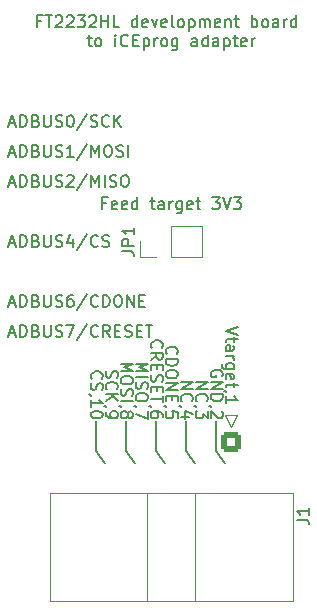
<source format=gto>
G04 #@! TF.GenerationSoftware,KiCad,Pcbnew,(6.0.9)*
G04 #@! TF.CreationDate,2022-12-09T18:34:30+01:00*
G04 #@! TF.ProjectId,FT2232HL development board to iceprog,46543232-3332-4484-9c20-646576656c6f,1*
G04 #@! TF.SameCoordinates,Original*
G04 #@! TF.FileFunction,Legend,Top*
G04 #@! TF.FilePolarity,Positive*
%FSLAX46Y46*%
G04 Gerber Fmt 4.6, Leading zero omitted, Abs format (unit mm)*
G04 Created by KiCad (PCBNEW (6.0.9)) date 2022-12-09 18:34:30*
%MOMM*%
%LPD*%
G01*
G04 APERTURE LIST*
G04 Aperture macros list*
%AMRoundRect*
0 Rectangle with rounded corners*
0 $1 Rounding radius*
0 $2 $3 $4 $5 $6 $7 $8 $9 X,Y pos of 4 corners*
0 Add a 4 corners polygon primitive as box body*
4,1,4,$2,$3,$4,$5,$6,$7,$8,$9,$2,$3,0*
0 Add four circle primitives for the rounded corners*
1,1,$1+$1,$2,$3*
1,1,$1+$1,$4,$5*
1,1,$1+$1,$6,$7*
1,1,$1+$1,$8,$9*
0 Add four rect primitives between the rounded corners*
20,1,$1+$1,$2,$3,$4,$5,0*
20,1,$1+$1,$4,$5,$6,$7,0*
20,1,$1+$1,$6,$7,$8,$9,0*
20,1,$1+$1,$8,$9,$2,$3,0*%
G04 Aperture macros list end*
%ADD10C,0.150000*%
%ADD11C,0.120000*%
%ADD12RoundRect,0.250000X-0.600000X0.600000X-0.600000X-0.600000X0.600000X-0.600000X0.600000X0.600000X0*%
%ADD13C,1.700000*%
%ADD14R,1.700000X1.700000*%
%ADD15O,1.700000X1.700000*%
G04 APERTURE END LIST*
D10*
X-6350000Y-118110000D02*
X-6350000Y-120650000D01*
X3810000Y-118110000D02*
X3810000Y-120650000D01*
X-1270000Y-118110000D02*
X-1270000Y-120650000D01*
X1270000Y-120650000D02*
X2540000Y-122428000D01*
X-3810000Y-118110000D02*
X-3810000Y-120650000D01*
X1270000Y-118110000D02*
X1270000Y-120650000D01*
X3810000Y-120650000D02*
X5080000Y-122428000D01*
X-3810000Y-120650000D02*
X-2540000Y-122428000D01*
X-1270000Y-120650000D02*
X0Y-122428000D01*
X-6350000Y-120650000D02*
X-5080000Y-122428000D01*
X2087619Y-114774404D02*
X3087619Y-114774404D01*
X2087619Y-115345833D01*
X3087619Y-115345833D01*
X2182857Y-116393452D02*
X2135238Y-116345833D01*
X2087619Y-116202976D01*
X2087619Y-116107738D01*
X2135238Y-115964880D01*
X2230476Y-115869642D01*
X2325714Y-115822023D01*
X2516190Y-115774404D01*
X2659047Y-115774404D01*
X2849523Y-115822023D01*
X2944761Y-115869642D01*
X3040000Y-115964880D01*
X3087619Y-116107738D01*
X3087619Y-116202976D01*
X3040000Y-116345833D01*
X2992380Y-116393452D01*
X2135238Y-116869642D02*
X2087619Y-116869642D01*
X1992380Y-116822023D01*
X1944761Y-116774404D01*
X3087619Y-117202976D02*
X3087619Y-117822023D01*
X2706666Y-117488690D01*
X2706666Y-117631547D01*
X2659047Y-117726785D01*
X2611428Y-117774404D01*
X2516190Y-117822023D01*
X2278095Y-117822023D01*
X2182857Y-117774404D01*
X2135238Y-117726785D01*
X2087619Y-117631547D01*
X2087619Y-117345833D01*
X2135238Y-117250595D01*
X2182857Y-117202976D01*
X817619Y-114774404D02*
X1817619Y-114774404D01*
X817619Y-115345833D01*
X1817619Y-115345833D01*
X912857Y-116393452D02*
X865238Y-116345833D01*
X817619Y-116202976D01*
X817619Y-116107738D01*
X865238Y-115964880D01*
X960476Y-115869642D01*
X1055714Y-115822023D01*
X1246190Y-115774404D01*
X1389047Y-115774404D01*
X1579523Y-115822023D01*
X1674761Y-115869642D01*
X1770000Y-115964880D01*
X1817619Y-116107738D01*
X1817619Y-116202976D01*
X1770000Y-116345833D01*
X1722380Y-116393452D01*
X865238Y-116869642D02*
X817619Y-116869642D01*
X722380Y-116822023D01*
X674761Y-116774404D01*
X1484285Y-117726785D02*
X817619Y-117726785D01*
X1865238Y-117488690D02*
X1150952Y-117250595D01*
X1150952Y-117869642D01*
X-2992380Y-113202976D02*
X-1992380Y-113202976D01*
X-2706666Y-113536309D01*
X-1992380Y-113869642D01*
X-2992380Y-113869642D01*
X-2992380Y-114345833D02*
X-1992380Y-114345833D01*
X-2944761Y-114774404D02*
X-2992380Y-114917261D01*
X-2992380Y-115155357D01*
X-2944761Y-115250595D01*
X-2897142Y-115298214D01*
X-2801904Y-115345833D01*
X-2706666Y-115345833D01*
X-2611428Y-115298214D01*
X-2563809Y-115250595D01*
X-2516190Y-115155357D01*
X-2468571Y-114964880D01*
X-2420952Y-114869642D01*
X-2373333Y-114822023D01*
X-2278095Y-114774404D01*
X-2182857Y-114774404D01*
X-2087619Y-114822023D01*
X-2039999Y-114869642D01*
X-1992380Y-114964880D01*
X-1992380Y-115202976D01*
X-2039999Y-115345833D01*
X-1992380Y-115964880D02*
X-1992380Y-116155357D01*
X-2039999Y-116250595D01*
X-2135238Y-116345833D01*
X-2325714Y-116393452D01*
X-2659047Y-116393452D01*
X-2849523Y-116345833D01*
X-2944761Y-116250595D01*
X-2992380Y-116155357D01*
X-2992380Y-115964880D01*
X-2944761Y-115869642D01*
X-2849523Y-115774404D01*
X-2659047Y-115726785D01*
X-2325714Y-115726785D01*
X-2135238Y-115774404D01*
X-2039999Y-115869642D01*
X-1992380Y-115964880D01*
X-2944761Y-116869642D02*
X-2992380Y-116869642D01*
X-3087619Y-116822023D01*
X-3135238Y-116774404D01*
X-1992380Y-117202976D02*
X-1992380Y-117869642D01*
X-2992380Y-117441071D01*
X-4262380Y-113202976D02*
X-3262380Y-113202976D01*
X-3976666Y-113536309D01*
X-3262380Y-113869642D01*
X-4262380Y-113869642D01*
X-3262380Y-114536309D02*
X-3262380Y-114726785D01*
X-3309999Y-114822023D01*
X-3405238Y-114917261D01*
X-3595714Y-114964880D01*
X-3929047Y-114964880D01*
X-4119523Y-114917261D01*
X-4214761Y-114822023D01*
X-4262380Y-114726785D01*
X-4262380Y-114536309D01*
X-4214761Y-114441071D01*
X-4119523Y-114345833D01*
X-3929047Y-114298214D01*
X-3595714Y-114298214D01*
X-3405238Y-114345833D01*
X-3309999Y-114441071D01*
X-3262380Y-114536309D01*
X-4214761Y-115345833D02*
X-4262380Y-115488690D01*
X-4262380Y-115726785D01*
X-4214761Y-115822023D01*
X-4167142Y-115869642D01*
X-4071904Y-115917261D01*
X-3976666Y-115917261D01*
X-3881428Y-115869642D01*
X-3833809Y-115822023D01*
X-3786190Y-115726785D01*
X-3738571Y-115536309D01*
X-3690952Y-115441071D01*
X-3643333Y-115393452D01*
X-3548095Y-115345833D01*
X-3452857Y-115345833D01*
X-3357619Y-115393452D01*
X-3309999Y-115441071D01*
X-3262380Y-115536309D01*
X-3262380Y-115774404D01*
X-3309999Y-115917261D01*
X-4262380Y-116345833D02*
X-3262380Y-116345833D01*
X-4214761Y-116869642D02*
X-4262380Y-116869642D01*
X-4357619Y-116822023D01*
X-4405238Y-116774404D01*
X-3690952Y-117441071D02*
X-3643333Y-117345833D01*
X-3595714Y-117298214D01*
X-3500476Y-117250595D01*
X-3452857Y-117250595D01*
X-3357619Y-117298214D01*
X-3310000Y-117345833D01*
X-3262380Y-117441071D01*
X-3262380Y-117631547D01*
X-3310000Y-117726785D01*
X-3357619Y-117774404D01*
X-3452857Y-117822023D01*
X-3500476Y-117822023D01*
X-3595714Y-117774404D01*
X-3643333Y-117726785D01*
X-3690952Y-117631547D01*
X-3690952Y-117441071D01*
X-3738571Y-117345833D01*
X-3786190Y-117298214D01*
X-3881428Y-117250595D01*
X-4071904Y-117250595D01*
X-4167142Y-117298214D01*
X-4214761Y-117345833D01*
X-4262380Y-117441071D01*
X-4262380Y-117631547D01*
X-4214761Y-117726785D01*
X-4167142Y-117774404D01*
X-4071904Y-117822023D01*
X-3881428Y-117822023D01*
X-3786190Y-117774404D01*
X-3738571Y-117726785D01*
X-3690952Y-117631547D01*
X4310000Y-114298214D02*
X4357619Y-114202976D01*
X4357619Y-114060119D01*
X4310000Y-113917261D01*
X4214761Y-113822023D01*
X4119523Y-113774404D01*
X3929047Y-113726785D01*
X3786190Y-113726785D01*
X3595714Y-113774404D01*
X3500476Y-113822023D01*
X3405238Y-113917261D01*
X3357619Y-114060119D01*
X3357619Y-114155357D01*
X3405238Y-114298214D01*
X3452857Y-114345833D01*
X3786190Y-114345833D01*
X3786190Y-114155357D01*
X3357619Y-114774404D02*
X4357619Y-114774404D01*
X3357619Y-115345833D01*
X4357619Y-115345833D01*
X3357619Y-115822023D02*
X4357619Y-115822023D01*
X4357619Y-116060119D01*
X4310000Y-116202976D01*
X4214761Y-116298214D01*
X4119523Y-116345833D01*
X3929047Y-116393452D01*
X3786190Y-116393452D01*
X3595714Y-116345833D01*
X3500476Y-116298214D01*
X3405238Y-116202976D01*
X3357619Y-116060119D01*
X3357619Y-115822023D01*
X3405238Y-116869642D02*
X3357619Y-116869642D01*
X3262380Y-116822023D01*
X3214761Y-116774404D01*
X4262380Y-117250595D02*
X4310000Y-117298214D01*
X4357619Y-117393452D01*
X4357619Y-117631547D01*
X4310000Y-117726785D01*
X4262380Y-117774404D01*
X4167142Y-117822023D01*
X4071904Y-117822023D01*
X3929047Y-117774404D01*
X3357619Y-117202976D01*
X3357619Y-117822023D01*
X-5484761Y-113822023D02*
X-5532380Y-113964880D01*
X-5532380Y-114202976D01*
X-5484761Y-114298214D01*
X-5437142Y-114345833D01*
X-5341904Y-114393452D01*
X-5246666Y-114393452D01*
X-5151428Y-114345833D01*
X-5103809Y-114298214D01*
X-5056190Y-114202976D01*
X-5008571Y-114012500D01*
X-4960952Y-113917261D01*
X-4913333Y-113869642D01*
X-4818095Y-113822023D01*
X-4722857Y-113822023D01*
X-4627619Y-113869642D01*
X-4579999Y-113917261D01*
X-4532380Y-114012500D01*
X-4532380Y-114250595D01*
X-4579999Y-114393452D01*
X-5437142Y-115393452D02*
X-5484761Y-115345833D01*
X-5532380Y-115202976D01*
X-5532380Y-115107738D01*
X-5484761Y-114964880D01*
X-5389523Y-114869642D01*
X-5294285Y-114822023D01*
X-5103809Y-114774404D01*
X-4960952Y-114774404D01*
X-4770476Y-114822023D01*
X-4675238Y-114869642D01*
X-4579999Y-114964880D01*
X-4532380Y-115107738D01*
X-4532380Y-115202976D01*
X-4579999Y-115345833D01*
X-4627619Y-115393452D01*
X-5532380Y-115822023D02*
X-4532380Y-115822023D01*
X-5532380Y-116393452D02*
X-4960952Y-115964880D01*
X-4532380Y-116393452D02*
X-5103809Y-115822023D01*
X-5484761Y-116869642D02*
X-5532380Y-116869642D01*
X-5627619Y-116822023D01*
X-5675238Y-116774404D01*
X-5532380Y-117345833D02*
X-5532380Y-117536309D01*
X-5484761Y-117631547D01*
X-5437142Y-117679166D01*
X-5294285Y-117774404D01*
X-5103809Y-117822023D01*
X-4722857Y-117822023D01*
X-4627619Y-117774404D01*
X-4580000Y-117726785D01*
X-4532380Y-117631547D01*
X-4532380Y-117441071D01*
X-4580000Y-117345833D01*
X-4627619Y-117298214D01*
X-4722857Y-117250595D01*
X-4960952Y-117250595D01*
X-5056190Y-117298214D01*
X-5103809Y-117345833D01*
X-5151428Y-117441071D01*
X-5151428Y-117631547D01*
X-5103809Y-117726785D01*
X-5056190Y-117774404D01*
X-4960952Y-117822023D01*
X-11023809Y-84213571D02*
X-11357142Y-84213571D01*
X-11357142Y-84737380D02*
X-11357142Y-83737380D01*
X-10880952Y-83737380D01*
X-10642857Y-83737380D02*
X-10071428Y-83737380D01*
X-10357142Y-84737380D02*
X-10357142Y-83737380D01*
X-9785714Y-83832619D02*
X-9738095Y-83785000D01*
X-9642857Y-83737380D01*
X-9404761Y-83737380D01*
X-9309523Y-83785000D01*
X-9261904Y-83832619D01*
X-9214285Y-83927857D01*
X-9214285Y-84023095D01*
X-9261904Y-84165952D01*
X-9833333Y-84737380D01*
X-9214285Y-84737380D01*
X-8833333Y-83832619D02*
X-8785714Y-83785000D01*
X-8690476Y-83737380D01*
X-8452380Y-83737380D01*
X-8357142Y-83785000D01*
X-8309523Y-83832619D01*
X-8261904Y-83927857D01*
X-8261904Y-84023095D01*
X-8309523Y-84165952D01*
X-8880952Y-84737380D01*
X-8261904Y-84737380D01*
X-7928571Y-83737380D02*
X-7309523Y-83737380D01*
X-7642857Y-84118333D01*
X-7500000Y-84118333D01*
X-7404761Y-84165952D01*
X-7357142Y-84213571D01*
X-7309523Y-84308809D01*
X-7309523Y-84546904D01*
X-7357142Y-84642142D01*
X-7404761Y-84689761D01*
X-7500000Y-84737380D01*
X-7785714Y-84737380D01*
X-7880952Y-84689761D01*
X-7928571Y-84642142D01*
X-6928571Y-83832619D02*
X-6880952Y-83785000D01*
X-6785714Y-83737380D01*
X-6547619Y-83737380D01*
X-6452380Y-83785000D01*
X-6404761Y-83832619D01*
X-6357142Y-83927857D01*
X-6357142Y-84023095D01*
X-6404761Y-84165952D01*
X-6976190Y-84737380D01*
X-6357142Y-84737380D01*
X-5928571Y-84737380D02*
X-5928571Y-83737380D01*
X-5928571Y-84213571D02*
X-5357142Y-84213571D01*
X-5357142Y-84737380D02*
X-5357142Y-83737380D01*
X-4404761Y-84737380D02*
X-4880952Y-84737380D01*
X-4880952Y-83737380D01*
X-2880952Y-84737380D02*
X-2880952Y-83737380D01*
X-2880952Y-84689761D02*
X-2976190Y-84737380D01*
X-3166666Y-84737380D01*
X-3261904Y-84689761D01*
X-3309523Y-84642142D01*
X-3357142Y-84546904D01*
X-3357142Y-84261190D01*
X-3309523Y-84165952D01*
X-3261904Y-84118333D01*
X-3166666Y-84070714D01*
X-2976190Y-84070714D01*
X-2880952Y-84118333D01*
X-2023809Y-84689761D02*
X-2119047Y-84737380D01*
X-2309523Y-84737380D01*
X-2404761Y-84689761D01*
X-2452380Y-84594523D01*
X-2452380Y-84213571D01*
X-2404761Y-84118333D01*
X-2309523Y-84070714D01*
X-2119047Y-84070714D01*
X-2023809Y-84118333D01*
X-1976190Y-84213571D01*
X-1976190Y-84308809D01*
X-2452380Y-84404047D01*
X-1642857Y-84070714D02*
X-1404761Y-84737380D01*
X-1166666Y-84070714D01*
X-404761Y-84689761D02*
X-500000Y-84737380D01*
X-690476Y-84737380D01*
X-785714Y-84689761D01*
X-833333Y-84594523D01*
X-833333Y-84213571D01*
X-785714Y-84118333D01*
X-690476Y-84070714D01*
X-500000Y-84070714D01*
X-404761Y-84118333D01*
X-357142Y-84213571D01*
X-357142Y-84308809D01*
X-833333Y-84404047D01*
X214285Y-84737380D02*
X119047Y-84689761D01*
X71428Y-84594523D01*
X71428Y-83737380D01*
X738095Y-84737380D02*
X642857Y-84689761D01*
X595238Y-84642142D01*
X547619Y-84546904D01*
X547619Y-84261190D01*
X595238Y-84165952D01*
X642857Y-84118333D01*
X738095Y-84070714D01*
X880952Y-84070714D01*
X976190Y-84118333D01*
X1023809Y-84165952D01*
X1071428Y-84261190D01*
X1071428Y-84546904D01*
X1023809Y-84642142D01*
X976190Y-84689761D01*
X880952Y-84737380D01*
X738095Y-84737380D01*
X1499999Y-84070714D02*
X1499999Y-85070714D01*
X1499999Y-84118333D02*
X1595238Y-84070714D01*
X1785714Y-84070714D01*
X1880952Y-84118333D01*
X1928571Y-84165952D01*
X1976190Y-84261190D01*
X1976190Y-84546904D01*
X1928571Y-84642142D01*
X1880952Y-84689761D01*
X1785714Y-84737380D01*
X1595238Y-84737380D01*
X1499999Y-84689761D01*
X2404761Y-84737380D02*
X2404761Y-84070714D01*
X2404761Y-84165952D02*
X2452380Y-84118333D01*
X2547619Y-84070714D01*
X2690476Y-84070714D01*
X2785714Y-84118333D01*
X2833333Y-84213571D01*
X2833333Y-84737380D01*
X2833333Y-84213571D02*
X2880952Y-84118333D01*
X2976190Y-84070714D01*
X3119047Y-84070714D01*
X3214285Y-84118333D01*
X3261904Y-84213571D01*
X3261904Y-84737380D01*
X4119047Y-84689761D02*
X4023809Y-84737380D01*
X3833333Y-84737380D01*
X3738095Y-84689761D01*
X3690476Y-84594523D01*
X3690476Y-84213571D01*
X3738095Y-84118333D01*
X3833333Y-84070714D01*
X4023809Y-84070714D01*
X4119047Y-84118333D01*
X4166666Y-84213571D01*
X4166666Y-84308809D01*
X3690476Y-84404047D01*
X4595238Y-84070714D02*
X4595238Y-84737380D01*
X4595238Y-84165952D02*
X4642857Y-84118333D01*
X4738095Y-84070714D01*
X4880952Y-84070714D01*
X4976190Y-84118333D01*
X5023809Y-84213571D01*
X5023809Y-84737380D01*
X5357142Y-84070714D02*
X5738095Y-84070714D01*
X5499999Y-83737380D02*
X5499999Y-84594523D01*
X5547619Y-84689761D01*
X5642857Y-84737380D01*
X5738095Y-84737380D01*
X6833333Y-84737380D02*
X6833333Y-83737380D01*
X6833333Y-84118333D02*
X6928571Y-84070714D01*
X7119047Y-84070714D01*
X7214285Y-84118333D01*
X7261904Y-84165952D01*
X7309523Y-84261190D01*
X7309523Y-84546904D01*
X7261904Y-84642142D01*
X7214285Y-84689761D01*
X7119047Y-84737380D01*
X6928571Y-84737380D01*
X6833333Y-84689761D01*
X7880952Y-84737380D02*
X7785714Y-84689761D01*
X7738095Y-84642142D01*
X7690476Y-84546904D01*
X7690476Y-84261190D01*
X7738095Y-84165952D01*
X7785714Y-84118333D01*
X7880952Y-84070714D01*
X8023809Y-84070714D01*
X8119047Y-84118333D01*
X8166666Y-84165952D01*
X8214285Y-84261190D01*
X8214285Y-84546904D01*
X8166666Y-84642142D01*
X8119047Y-84689761D01*
X8023809Y-84737380D01*
X7880952Y-84737380D01*
X9071428Y-84737380D02*
X9071428Y-84213571D01*
X9023809Y-84118333D01*
X8928571Y-84070714D01*
X8738095Y-84070714D01*
X8642857Y-84118333D01*
X9071428Y-84689761D02*
X8976190Y-84737380D01*
X8738095Y-84737380D01*
X8642857Y-84689761D01*
X8595238Y-84594523D01*
X8595238Y-84499285D01*
X8642857Y-84404047D01*
X8738095Y-84356428D01*
X8976190Y-84356428D01*
X9071428Y-84308809D01*
X9547619Y-84737380D02*
X9547619Y-84070714D01*
X9547619Y-84261190D02*
X9595238Y-84165952D01*
X9642857Y-84118333D01*
X9738095Y-84070714D01*
X9833333Y-84070714D01*
X10595238Y-84737380D02*
X10595238Y-83737380D01*
X10595238Y-84689761D02*
X10499999Y-84737380D01*
X10309523Y-84737380D01*
X10214285Y-84689761D01*
X10166666Y-84642142D01*
X10119047Y-84546904D01*
X10119047Y-84261190D01*
X10166666Y-84165952D01*
X10214285Y-84118333D01*
X10309523Y-84070714D01*
X10499999Y-84070714D01*
X10595238Y-84118333D01*
X-7095238Y-85680714D02*
X-6714285Y-85680714D01*
X-6952380Y-85347380D02*
X-6952380Y-86204523D01*
X-6904761Y-86299761D01*
X-6809523Y-86347380D01*
X-6714285Y-86347380D01*
X-6238095Y-86347380D02*
X-6333333Y-86299761D01*
X-6380952Y-86252142D01*
X-6428571Y-86156904D01*
X-6428571Y-85871190D01*
X-6380952Y-85775952D01*
X-6333333Y-85728333D01*
X-6238095Y-85680714D01*
X-6095238Y-85680714D01*
X-6000000Y-85728333D01*
X-5952380Y-85775952D01*
X-5904761Y-85871190D01*
X-5904761Y-86156904D01*
X-5952380Y-86252142D01*
X-6000000Y-86299761D01*
X-6095238Y-86347380D01*
X-6238095Y-86347380D01*
X-4714285Y-86347380D02*
X-4714285Y-85680714D01*
X-4714285Y-85347380D02*
X-4761904Y-85395000D01*
X-4714285Y-85442619D01*
X-4666666Y-85395000D01*
X-4714285Y-85347380D01*
X-4714285Y-85442619D01*
X-3666666Y-86252142D02*
X-3714285Y-86299761D01*
X-3857142Y-86347380D01*
X-3952380Y-86347380D01*
X-4095238Y-86299761D01*
X-4190476Y-86204523D01*
X-4238095Y-86109285D01*
X-4285714Y-85918809D01*
X-4285714Y-85775952D01*
X-4238095Y-85585476D01*
X-4190476Y-85490238D01*
X-4095238Y-85395000D01*
X-3952380Y-85347380D01*
X-3857142Y-85347380D01*
X-3714285Y-85395000D01*
X-3666666Y-85442619D01*
X-3238095Y-85823571D02*
X-2904761Y-85823571D01*
X-2761904Y-86347380D02*
X-3238095Y-86347380D01*
X-3238095Y-85347380D01*
X-2761904Y-85347380D01*
X-2333333Y-85680714D02*
X-2333333Y-86680714D01*
X-2333333Y-85728333D02*
X-2238095Y-85680714D01*
X-2047619Y-85680714D01*
X-1952380Y-85728333D01*
X-1904761Y-85775952D01*
X-1857142Y-85871190D01*
X-1857142Y-86156904D01*
X-1904761Y-86252142D01*
X-1952380Y-86299761D01*
X-2047619Y-86347380D01*
X-2238095Y-86347380D01*
X-2333333Y-86299761D01*
X-1428571Y-86347380D02*
X-1428571Y-85680714D01*
X-1428571Y-85871190D02*
X-1380952Y-85775952D01*
X-1333333Y-85728333D01*
X-1238095Y-85680714D01*
X-1142857Y-85680714D01*
X-666666Y-86347380D02*
X-761904Y-86299761D01*
X-809523Y-86252142D01*
X-857142Y-86156904D01*
X-857142Y-85871190D01*
X-809523Y-85775952D01*
X-761904Y-85728333D01*
X-666666Y-85680714D01*
X-523809Y-85680714D01*
X-428571Y-85728333D01*
X-380952Y-85775952D01*
X-333333Y-85871190D01*
X-333333Y-86156904D01*
X-380952Y-86252142D01*
X-428571Y-86299761D01*
X-523809Y-86347380D01*
X-666666Y-86347380D01*
X523809Y-85680714D02*
X523809Y-86490238D01*
X476190Y-86585476D01*
X428571Y-86633095D01*
X333333Y-86680714D01*
X190476Y-86680714D01*
X95238Y-86633095D01*
X523809Y-86299761D02*
X428571Y-86347380D01*
X238095Y-86347380D01*
X142857Y-86299761D01*
X95238Y-86252142D01*
X47619Y-86156904D01*
X47619Y-85871190D01*
X95238Y-85775952D01*
X142857Y-85728333D01*
X238095Y-85680714D01*
X428571Y-85680714D01*
X523809Y-85728333D01*
X2190476Y-86347380D02*
X2190476Y-85823571D01*
X2142857Y-85728333D01*
X2047619Y-85680714D01*
X1857142Y-85680714D01*
X1761904Y-85728333D01*
X2190476Y-86299761D02*
X2095238Y-86347380D01*
X1857142Y-86347380D01*
X1761904Y-86299761D01*
X1714285Y-86204523D01*
X1714285Y-86109285D01*
X1761904Y-86014047D01*
X1857142Y-85966428D01*
X2095238Y-85966428D01*
X2190476Y-85918809D01*
X3095238Y-86347380D02*
X3095238Y-85347380D01*
X3095238Y-86299761D02*
X2999999Y-86347380D01*
X2809523Y-86347380D01*
X2714285Y-86299761D01*
X2666666Y-86252142D01*
X2619047Y-86156904D01*
X2619047Y-85871190D01*
X2666666Y-85775952D01*
X2714285Y-85728333D01*
X2809523Y-85680714D01*
X2999999Y-85680714D01*
X3095238Y-85728333D01*
X3999999Y-86347380D02*
X3999999Y-85823571D01*
X3952380Y-85728333D01*
X3857142Y-85680714D01*
X3666666Y-85680714D01*
X3571428Y-85728333D01*
X3999999Y-86299761D02*
X3904761Y-86347380D01*
X3666666Y-86347380D01*
X3571428Y-86299761D01*
X3523809Y-86204523D01*
X3523809Y-86109285D01*
X3571428Y-86014047D01*
X3666666Y-85966428D01*
X3904761Y-85966428D01*
X3999999Y-85918809D01*
X4476190Y-85680714D02*
X4476190Y-86680714D01*
X4476190Y-85728333D02*
X4571428Y-85680714D01*
X4761904Y-85680714D01*
X4857142Y-85728333D01*
X4904761Y-85775952D01*
X4952380Y-85871190D01*
X4952380Y-86156904D01*
X4904761Y-86252142D01*
X4857142Y-86299761D01*
X4761904Y-86347380D01*
X4571428Y-86347380D01*
X4476190Y-86299761D01*
X5238095Y-85680714D02*
X5619047Y-85680714D01*
X5380952Y-85347380D02*
X5380952Y-86204523D01*
X5428571Y-86299761D01*
X5523809Y-86347380D01*
X5619047Y-86347380D01*
X6333333Y-86299761D02*
X6238095Y-86347380D01*
X6047619Y-86347380D01*
X5952380Y-86299761D01*
X5904761Y-86204523D01*
X5904761Y-85823571D01*
X5952380Y-85728333D01*
X6047619Y-85680714D01*
X6238095Y-85680714D01*
X6333333Y-85728333D01*
X6380952Y-85823571D01*
X6380952Y-85918809D01*
X5904761Y-86014047D01*
X6809523Y-86347380D02*
X6809523Y-85680714D01*
X6809523Y-85871190D02*
X6857142Y-85775952D01*
X6904761Y-85728333D01*
X6999999Y-85680714D01*
X7095238Y-85680714D01*
X5627619Y-110123452D02*
X4627619Y-110456785D01*
X5627619Y-110790119D01*
X5294285Y-110980595D02*
X5294285Y-111361547D01*
X5627619Y-111123452D02*
X4770476Y-111123452D01*
X4675238Y-111171071D01*
X4627619Y-111266309D01*
X4627619Y-111361547D01*
X4627619Y-112123452D02*
X5151428Y-112123452D01*
X5246666Y-112075833D01*
X5294285Y-111980595D01*
X5294285Y-111790119D01*
X5246666Y-111694880D01*
X4675238Y-112123452D02*
X4627619Y-112028214D01*
X4627619Y-111790119D01*
X4675238Y-111694880D01*
X4770476Y-111647261D01*
X4865714Y-111647261D01*
X4960952Y-111694880D01*
X5008571Y-111790119D01*
X5008571Y-112028214D01*
X5056190Y-112123452D01*
X4627619Y-112599642D02*
X5294285Y-112599642D01*
X5103809Y-112599642D02*
X5199047Y-112647261D01*
X5246666Y-112694880D01*
X5294285Y-112790119D01*
X5294285Y-112885357D01*
X5294285Y-113647261D02*
X4484761Y-113647261D01*
X4389523Y-113599642D01*
X4341904Y-113552023D01*
X4294285Y-113456785D01*
X4294285Y-113313928D01*
X4341904Y-113218690D01*
X4675238Y-113647261D02*
X4627619Y-113552023D01*
X4627619Y-113361547D01*
X4675238Y-113266309D01*
X4722857Y-113218690D01*
X4818095Y-113171071D01*
X5103809Y-113171071D01*
X5199047Y-113218690D01*
X5246666Y-113266309D01*
X5294285Y-113361547D01*
X5294285Y-113552023D01*
X5246666Y-113647261D01*
X4675238Y-114504404D02*
X4627619Y-114409166D01*
X4627619Y-114218690D01*
X4675238Y-114123452D01*
X4770476Y-114075833D01*
X5151428Y-114075833D01*
X5246666Y-114123452D01*
X5294285Y-114218690D01*
X5294285Y-114409166D01*
X5246666Y-114504404D01*
X5151428Y-114552023D01*
X5056190Y-114552023D01*
X4960952Y-114075833D01*
X5294285Y-114837738D02*
X5294285Y-115218690D01*
X5627619Y-114980595D02*
X4770476Y-114980595D01*
X4675238Y-115028214D01*
X4627619Y-115123452D01*
X4627619Y-115218690D01*
X4675238Y-115599642D02*
X4627619Y-115599642D01*
X4532380Y-115552023D01*
X4484761Y-115504404D01*
X4627619Y-116552023D02*
X4627619Y-115980595D01*
X4627619Y-116266309D02*
X5627619Y-116266309D01*
X5484761Y-116171071D01*
X5389523Y-116075833D01*
X5341904Y-115980595D01*
X-6707142Y-114488690D02*
X-6754761Y-114441071D01*
X-6802380Y-114298214D01*
X-6802380Y-114202976D01*
X-6754761Y-114060119D01*
X-6659523Y-113964880D01*
X-6564285Y-113917261D01*
X-6373809Y-113869642D01*
X-6230952Y-113869642D01*
X-6040476Y-113917261D01*
X-5945238Y-113964880D01*
X-5849999Y-114060119D01*
X-5802380Y-114202976D01*
X-5802380Y-114298214D01*
X-5849999Y-114441071D01*
X-5897619Y-114488690D01*
X-6754761Y-114869642D02*
X-6802380Y-115012500D01*
X-6802380Y-115250595D01*
X-6754761Y-115345833D01*
X-6707142Y-115393452D01*
X-6611904Y-115441071D01*
X-6516666Y-115441071D01*
X-6421428Y-115393452D01*
X-6373809Y-115345833D01*
X-6326190Y-115250595D01*
X-6278571Y-115060119D01*
X-6230952Y-114964880D01*
X-6183333Y-114917261D01*
X-6088095Y-114869642D01*
X-5992857Y-114869642D01*
X-5897619Y-114917261D01*
X-5849999Y-114964880D01*
X-5802380Y-115060119D01*
X-5802380Y-115298214D01*
X-5850000Y-115441071D01*
X-6754761Y-115917261D02*
X-6802380Y-115917261D01*
X-6897619Y-115869642D01*
X-6945238Y-115822023D01*
X-6802380Y-116869642D02*
X-6802380Y-116298214D01*
X-6802380Y-116583928D02*
X-5802380Y-116583928D01*
X-5945238Y-116488690D01*
X-6040476Y-116393452D01*
X-6088095Y-116298214D01*
X-5802380Y-117488690D02*
X-5802380Y-117583928D01*
X-5850000Y-117679166D01*
X-5897619Y-117726785D01*
X-5992857Y-117774404D01*
X-6183333Y-117822023D01*
X-6421428Y-117822023D01*
X-6611904Y-117774404D01*
X-6707142Y-117726785D01*
X-6754761Y-117679166D01*
X-6802380Y-117583928D01*
X-6802380Y-117488690D01*
X-6754761Y-117393452D01*
X-6707142Y-117345833D01*
X-6611904Y-117298214D01*
X-6421428Y-117250595D01*
X-6183333Y-117250595D01*
X-5992857Y-117298214D01*
X-5897619Y-117345833D01*
X-5850000Y-117393452D01*
X-5802380Y-117488690D01*
X-1627142Y-111869642D02*
X-1674761Y-111822023D01*
X-1722380Y-111679166D01*
X-1722380Y-111583928D01*
X-1674761Y-111441071D01*
X-1579523Y-111345833D01*
X-1484285Y-111298214D01*
X-1293809Y-111250595D01*
X-1150952Y-111250595D01*
X-960476Y-111298214D01*
X-865238Y-111345833D01*
X-769999Y-111441071D01*
X-722380Y-111583928D01*
X-722380Y-111679166D01*
X-769999Y-111822023D01*
X-817619Y-111869642D01*
X-1722380Y-112869642D02*
X-1246190Y-112536309D01*
X-1722380Y-112298214D02*
X-722380Y-112298214D01*
X-722380Y-112679166D01*
X-769999Y-112774404D01*
X-817619Y-112822023D01*
X-912857Y-112869642D01*
X-1055714Y-112869642D01*
X-1150952Y-112822023D01*
X-1198571Y-112774404D01*
X-1246190Y-112679166D01*
X-1246190Y-112298214D01*
X-1198571Y-113298214D02*
X-1198571Y-113631547D01*
X-1722380Y-113774404D02*
X-1722380Y-113298214D01*
X-722380Y-113298214D01*
X-722380Y-113774404D01*
X-1674761Y-114155357D02*
X-1722380Y-114298214D01*
X-1722380Y-114536309D01*
X-1674761Y-114631547D01*
X-1627142Y-114679166D01*
X-1531904Y-114726785D01*
X-1436666Y-114726785D01*
X-1341428Y-114679166D01*
X-1293809Y-114631547D01*
X-1246190Y-114536309D01*
X-1198571Y-114345833D01*
X-1150952Y-114250595D01*
X-1103333Y-114202976D01*
X-1008095Y-114155357D01*
X-912857Y-114155357D01*
X-817619Y-114202976D01*
X-769999Y-114250595D01*
X-722380Y-114345833D01*
X-722380Y-114583928D01*
X-769999Y-114726785D01*
X-1198571Y-115155357D02*
X-1198571Y-115488690D01*
X-1722380Y-115631547D02*
X-1722380Y-115155357D01*
X-722380Y-115155357D01*
X-722380Y-115631547D01*
X-722380Y-115917261D02*
X-722380Y-116488690D01*
X-1722380Y-116202976D02*
X-722380Y-116202976D01*
X-1674761Y-116869642D02*
X-1722380Y-116869642D01*
X-1817619Y-116822023D01*
X-1865238Y-116774404D01*
X-722380Y-117726785D02*
X-722380Y-117536309D01*
X-769999Y-117441071D01*
X-817619Y-117393452D01*
X-960476Y-117298214D01*
X-1150952Y-117250595D01*
X-1531904Y-117250595D01*
X-1627142Y-117298214D01*
X-1674761Y-117345833D01*
X-1722380Y-117441071D01*
X-1722380Y-117631547D01*
X-1674761Y-117726785D01*
X-1627142Y-117774404D01*
X-1531904Y-117822023D01*
X-1293809Y-117822023D01*
X-1198571Y-117774404D01*
X-1150952Y-117726785D01*
X-1103333Y-117631547D01*
X-1103333Y-117441071D01*
X-1150952Y-117345833D01*
X-1198571Y-117298214D01*
X-1293809Y-117250595D01*
X-13682023Y-103036666D02*
X-13205833Y-103036666D01*
X-13777261Y-103322380D02*
X-13443928Y-102322380D01*
X-13110595Y-103322380D01*
X-12777261Y-103322380D02*
X-12777261Y-102322380D01*
X-12539166Y-102322380D01*
X-12396309Y-102370000D01*
X-12301071Y-102465238D01*
X-12253452Y-102560476D01*
X-12205833Y-102750952D01*
X-12205833Y-102893809D01*
X-12253452Y-103084285D01*
X-12301071Y-103179523D01*
X-12396309Y-103274761D01*
X-12539166Y-103322380D01*
X-12777261Y-103322380D01*
X-11443928Y-102798571D02*
X-11301071Y-102846190D01*
X-11253452Y-102893809D01*
X-11205833Y-102989047D01*
X-11205833Y-103131904D01*
X-11253452Y-103227142D01*
X-11301071Y-103274761D01*
X-11396309Y-103322380D01*
X-11777261Y-103322380D01*
X-11777261Y-102322380D01*
X-11443928Y-102322380D01*
X-11348690Y-102370000D01*
X-11301071Y-102417619D01*
X-11253452Y-102512857D01*
X-11253452Y-102608095D01*
X-11301071Y-102703333D01*
X-11348690Y-102750952D01*
X-11443928Y-102798571D01*
X-11777261Y-102798571D01*
X-10777261Y-102322380D02*
X-10777261Y-103131904D01*
X-10729642Y-103227142D01*
X-10682023Y-103274761D01*
X-10586785Y-103322380D01*
X-10396309Y-103322380D01*
X-10301071Y-103274761D01*
X-10253452Y-103227142D01*
X-10205833Y-103131904D01*
X-10205833Y-102322380D01*
X-9777261Y-103274761D02*
X-9634404Y-103322380D01*
X-9396309Y-103322380D01*
X-9301071Y-103274761D01*
X-9253452Y-103227142D01*
X-9205833Y-103131904D01*
X-9205833Y-103036666D01*
X-9253452Y-102941428D01*
X-9301071Y-102893809D01*
X-9396309Y-102846190D01*
X-9586785Y-102798571D01*
X-9682023Y-102750952D01*
X-9729642Y-102703333D01*
X-9777261Y-102608095D01*
X-9777261Y-102512857D01*
X-9729642Y-102417619D01*
X-9682023Y-102370000D01*
X-9586785Y-102322380D01*
X-9348690Y-102322380D01*
X-9205833Y-102370000D01*
X-8348690Y-102655714D02*
X-8348690Y-103322380D01*
X-8586785Y-102274761D02*
X-8824880Y-102989047D01*
X-8205833Y-102989047D01*
X-7110595Y-102274761D02*
X-7967738Y-103560476D01*
X-6205833Y-103227142D02*
X-6253452Y-103274761D01*
X-6396309Y-103322380D01*
X-6491547Y-103322380D01*
X-6634404Y-103274761D01*
X-6729642Y-103179523D01*
X-6777261Y-103084285D01*
X-6824880Y-102893809D01*
X-6824880Y-102750952D01*
X-6777261Y-102560476D01*
X-6729642Y-102465238D01*
X-6634404Y-102370000D01*
X-6491547Y-102322380D01*
X-6396309Y-102322380D01*
X-6253452Y-102370000D01*
X-6205833Y-102417619D01*
X-5824880Y-103274761D02*
X-5682023Y-103322380D01*
X-5443928Y-103322380D01*
X-5348690Y-103274761D01*
X-5301071Y-103227142D01*
X-5253452Y-103131904D01*
X-5253452Y-103036666D01*
X-5301071Y-102941428D01*
X-5348690Y-102893809D01*
X-5443928Y-102846190D01*
X-5634404Y-102798571D01*
X-5729642Y-102750952D01*
X-5777261Y-102703333D01*
X-5824880Y-102608095D01*
X-5824880Y-102512857D01*
X-5777261Y-102417619D01*
X-5729642Y-102370000D01*
X-5634404Y-102322380D01*
X-5396309Y-102322380D01*
X-5253452Y-102370000D01*
X-13682023Y-97956666D02*
X-13205833Y-97956666D01*
X-13777261Y-98242380D02*
X-13443928Y-97242380D01*
X-13110595Y-98242380D01*
X-12777261Y-98242380D02*
X-12777261Y-97242380D01*
X-12539166Y-97242380D01*
X-12396309Y-97290000D01*
X-12301071Y-97385238D01*
X-12253452Y-97480476D01*
X-12205833Y-97670952D01*
X-12205833Y-97813809D01*
X-12253452Y-98004285D01*
X-12301071Y-98099523D01*
X-12396309Y-98194761D01*
X-12539166Y-98242380D01*
X-12777261Y-98242380D01*
X-11443928Y-97718571D02*
X-11301071Y-97766190D01*
X-11253452Y-97813809D01*
X-11205833Y-97909047D01*
X-11205833Y-98051904D01*
X-11253452Y-98147142D01*
X-11301071Y-98194761D01*
X-11396309Y-98242380D01*
X-11777261Y-98242380D01*
X-11777261Y-97242380D01*
X-11443928Y-97242380D01*
X-11348690Y-97290000D01*
X-11301071Y-97337619D01*
X-11253452Y-97432857D01*
X-11253452Y-97528095D01*
X-11301071Y-97623333D01*
X-11348690Y-97670952D01*
X-11443928Y-97718571D01*
X-11777261Y-97718571D01*
X-10777261Y-97242380D02*
X-10777261Y-98051904D01*
X-10729642Y-98147142D01*
X-10682023Y-98194761D01*
X-10586785Y-98242380D01*
X-10396309Y-98242380D01*
X-10301071Y-98194761D01*
X-10253452Y-98147142D01*
X-10205833Y-98051904D01*
X-10205833Y-97242380D01*
X-9777261Y-98194761D02*
X-9634404Y-98242380D01*
X-9396309Y-98242380D01*
X-9301071Y-98194761D01*
X-9253452Y-98147142D01*
X-9205833Y-98051904D01*
X-9205833Y-97956666D01*
X-9253452Y-97861428D01*
X-9301071Y-97813809D01*
X-9396309Y-97766190D01*
X-9586785Y-97718571D01*
X-9682023Y-97670952D01*
X-9729642Y-97623333D01*
X-9777261Y-97528095D01*
X-9777261Y-97432857D01*
X-9729642Y-97337619D01*
X-9682023Y-97290000D01*
X-9586785Y-97242380D01*
X-9348690Y-97242380D01*
X-9205833Y-97290000D01*
X-8824880Y-97337619D02*
X-8777261Y-97290000D01*
X-8682023Y-97242380D01*
X-8443928Y-97242380D01*
X-8348690Y-97290000D01*
X-8301071Y-97337619D01*
X-8253452Y-97432857D01*
X-8253452Y-97528095D01*
X-8301071Y-97670952D01*
X-8872500Y-98242380D01*
X-8253452Y-98242380D01*
X-7110595Y-97194761D02*
X-7967738Y-98480476D01*
X-6777261Y-98242380D02*
X-6777261Y-97242380D01*
X-6443928Y-97956666D01*
X-6110595Y-97242380D01*
X-6110595Y-98242380D01*
X-5634404Y-98242380D02*
X-5634404Y-97242380D01*
X-5205833Y-98194761D02*
X-5062976Y-98242380D01*
X-4824880Y-98242380D01*
X-4729642Y-98194761D01*
X-4682023Y-98147142D01*
X-4634404Y-98051904D01*
X-4634404Y-97956666D01*
X-4682023Y-97861428D01*
X-4729642Y-97813809D01*
X-4824880Y-97766190D01*
X-5015357Y-97718571D01*
X-5110595Y-97670952D01*
X-5158214Y-97623333D01*
X-5205833Y-97528095D01*
X-5205833Y-97432857D01*
X-5158214Y-97337619D01*
X-5110595Y-97290000D01*
X-5015357Y-97242380D01*
X-4777261Y-97242380D01*
X-4634404Y-97290000D01*
X-4015357Y-97242380D02*
X-3824880Y-97242380D01*
X-3729642Y-97290000D01*
X-3634404Y-97385238D01*
X-3586785Y-97575714D01*
X-3586785Y-97909047D01*
X-3634404Y-98099523D01*
X-3729642Y-98194761D01*
X-3824880Y-98242380D01*
X-4015357Y-98242380D01*
X-4110595Y-98194761D01*
X-4205833Y-98099523D01*
X-4253452Y-97909047D01*
X-4253452Y-97575714D01*
X-4205833Y-97385238D01*
X-4110595Y-97290000D01*
X-4015357Y-97242380D01*
X-13682023Y-95416666D02*
X-13205833Y-95416666D01*
X-13777261Y-95702380D02*
X-13443928Y-94702380D01*
X-13110595Y-95702380D01*
X-12777261Y-95702380D02*
X-12777261Y-94702380D01*
X-12539166Y-94702380D01*
X-12396309Y-94750000D01*
X-12301071Y-94845238D01*
X-12253452Y-94940476D01*
X-12205833Y-95130952D01*
X-12205833Y-95273809D01*
X-12253452Y-95464285D01*
X-12301071Y-95559523D01*
X-12396309Y-95654761D01*
X-12539166Y-95702380D01*
X-12777261Y-95702380D01*
X-11443928Y-95178571D02*
X-11301071Y-95226190D01*
X-11253452Y-95273809D01*
X-11205833Y-95369047D01*
X-11205833Y-95511904D01*
X-11253452Y-95607142D01*
X-11301071Y-95654761D01*
X-11396309Y-95702380D01*
X-11777261Y-95702380D01*
X-11777261Y-94702380D01*
X-11443928Y-94702380D01*
X-11348690Y-94750000D01*
X-11301071Y-94797619D01*
X-11253452Y-94892857D01*
X-11253452Y-94988095D01*
X-11301071Y-95083333D01*
X-11348690Y-95130952D01*
X-11443928Y-95178571D01*
X-11777261Y-95178571D01*
X-10777261Y-94702380D02*
X-10777261Y-95511904D01*
X-10729642Y-95607142D01*
X-10682023Y-95654761D01*
X-10586785Y-95702380D01*
X-10396309Y-95702380D01*
X-10301071Y-95654761D01*
X-10253452Y-95607142D01*
X-10205833Y-95511904D01*
X-10205833Y-94702380D01*
X-9777261Y-95654761D02*
X-9634404Y-95702380D01*
X-9396309Y-95702380D01*
X-9301071Y-95654761D01*
X-9253452Y-95607142D01*
X-9205833Y-95511904D01*
X-9205833Y-95416666D01*
X-9253452Y-95321428D01*
X-9301071Y-95273809D01*
X-9396309Y-95226190D01*
X-9586785Y-95178571D01*
X-9682023Y-95130952D01*
X-9729642Y-95083333D01*
X-9777261Y-94988095D01*
X-9777261Y-94892857D01*
X-9729642Y-94797619D01*
X-9682023Y-94750000D01*
X-9586785Y-94702380D01*
X-9348690Y-94702380D01*
X-9205833Y-94750000D01*
X-8253452Y-95702380D02*
X-8824880Y-95702380D01*
X-8539166Y-95702380D02*
X-8539166Y-94702380D01*
X-8634404Y-94845238D01*
X-8729642Y-94940476D01*
X-8824880Y-94988095D01*
X-7110595Y-94654761D02*
X-7967738Y-95940476D01*
X-6777261Y-95702380D02*
X-6777261Y-94702380D01*
X-6443928Y-95416666D01*
X-6110595Y-94702380D01*
X-6110595Y-95702380D01*
X-5443928Y-94702380D02*
X-5253452Y-94702380D01*
X-5158214Y-94750000D01*
X-5062976Y-94845238D01*
X-5015357Y-95035714D01*
X-5015357Y-95369047D01*
X-5062976Y-95559523D01*
X-5158214Y-95654761D01*
X-5253452Y-95702380D01*
X-5443928Y-95702380D01*
X-5539166Y-95654761D01*
X-5634404Y-95559523D01*
X-5682023Y-95369047D01*
X-5682023Y-95035714D01*
X-5634404Y-94845238D01*
X-5539166Y-94750000D01*
X-5443928Y-94702380D01*
X-4634404Y-95654761D02*
X-4491547Y-95702380D01*
X-4253452Y-95702380D01*
X-4158214Y-95654761D01*
X-4110595Y-95607142D01*
X-4062976Y-95511904D01*
X-4062976Y-95416666D01*
X-4110595Y-95321428D01*
X-4158214Y-95273809D01*
X-4253452Y-95226190D01*
X-4443928Y-95178571D01*
X-4539166Y-95130952D01*
X-4586785Y-95083333D01*
X-4634404Y-94988095D01*
X-4634404Y-94892857D01*
X-4586785Y-94797619D01*
X-4539166Y-94750000D01*
X-4443928Y-94702380D01*
X-4205833Y-94702380D01*
X-4062976Y-94750000D01*
X-3634404Y-95702380D02*
X-3634404Y-94702380D01*
X-13682023Y-108116666D02*
X-13205833Y-108116666D01*
X-13777261Y-108402380D02*
X-13443928Y-107402380D01*
X-13110595Y-108402380D01*
X-12777261Y-108402380D02*
X-12777261Y-107402380D01*
X-12539166Y-107402380D01*
X-12396309Y-107450000D01*
X-12301071Y-107545238D01*
X-12253452Y-107640476D01*
X-12205833Y-107830952D01*
X-12205833Y-107973809D01*
X-12253452Y-108164285D01*
X-12301071Y-108259523D01*
X-12396309Y-108354761D01*
X-12539166Y-108402380D01*
X-12777261Y-108402380D01*
X-11443928Y-107878571D02*
X-11301071Y-107926190D01*
X-11253452Y-107973809D01*
X-11205833Y-108069047D01*
X-11205833Y-108211904D01*
X-11253452Y-108307142D01*
X-11301071Y-108354761D01*
X-11396309Y-108402380D01*
X-11777261Y-108402380D01*
X-11777261Y-107402380D01*
X-11443928Y-107402380D01*
X-11348690Y-107450000D01*
X-11301071Y-107497619D01*
X-11253452Y-107592857D01*
X-11253452Y-107688095D01*
X-11301071Y-107783333D01*
X-11348690Y-107830952D01*
X-11443928Y-107878571D01*
X-11777261Y-107878571D01*
X-10777261Y-107402380D02*
X-10777261Y-108211904D01*
X-10729642Y-108307142D01*
X-10682023Y-108354761D01*
X-10586785Y-108402380D01*
X-10396309Y-108402380D01*
X-10301071Y-108354761D01*
X-10253452Y-108307142D01*
X-10205833Y-108211904D01*
X-10205833Y-107402380D01*
X-9777261Y-108354761D02*
X-9634404Y-108402380D01*
X-9396309Y-108402380D01*
X-9301071Y-108354761D01*
X-9253452Y-108307142D01*
X-9205833Y-108211904D01*
X-9205833Y-108116666D01*
X-9253452Y-108021428D01*
X-9301071Y-107973809D01*
X-9396309Y-107926190D01*
X-9586785Y-107878571D01*
X-9682023Y-107830952D01*
X-9729642Y-107783333D01*
X-9777261Y-107688095D01*
X-9777261Y-107592857D01*
X-9729642Y-107497619D01*
X-9682023Y-107450000D01*
X-9586785Y-107402380D01*
X-9348690Y-107402380D01*
X-9205833Y-107450000D01*
X-8348690Y-107402380D02*
X-8539166Y-107402380D01*
X-8634404Y-107450000D01*
X-8682023Y-107497619D01*
X-8777261Y-107640476D01*
X-8824880Y-107830952D01*
X-8824880Y-108211904D01*
X-8777261Y-108307142D01*
X-8729642Y-108354761D01*
X-8634404Y-108402380D01*
X-8443928Y-108402380D01*
X-8348690Y-108354761D01*
X-8301071Y-108307142D01*
X-8253452Y-108211904D01*
X-8253452Y-107973809D01*
X-8301071Y-107878571D01*
X-8348690Y-107830952D01*
X-8443928Y-107783333D01*
X-8634404Y-107783333D01*
X-8729642Y-107830952D01*
X-8777261Y-107878571D01*
X-8824880Y-107973809D01*
X-7110595Y-107354761D02*
X-7967738Y-108640476D01*
X-6205833Y-108307142D02*
X-6253452Y-108354761D01*
X-6396309Y-108402380D01*
X-6491547Y-108402380D01*
X-6634404Y-108354761D01*
X-6729642Y-108259523D01*
X-6777261Y-108164285D01*
X-6824880Y-107973809D01*
X-6824880Y-107830952D01*
X-6777261Y-107640476D01*
X-6729642Y-107545238D01*
X-6634404Y-107450000D01*
X-6491547Y-107402380D01*
X-6396309Y-107402380D01*
X-6253452Y-107450000D01*
X-6205833Y-107497619D01*
X-5777261Y-108402380D02*
X-5777261Y-107402380D01*
X-5539166Y-107402380D01*
X-5396309Y-107450000D01*
X-5301071Y-107545238D01*
X-5253452Y-107640476D01*
X-5205833Y-107830952D01*
X-5205833Y-107973809D01*
X-5253452Y-108164285D01*
X-5301071Y-108259523D01*
X-5396309Y-108354761D01*
X-5539166Y-108402380D01*
X-5777261Y-108402380D01*
X-4586785Y-107402380D02*
X-4396309Y-107402380D01*
X-4301071Y-107450000D01*
X-4205833Y-107545238D01*
X-4158214Y-107735714D01*
X-4158214Y-108069047D01*
X-4205833Y-108259523D01*
X-4301071Y-108354761D01*
X-4396309Y-108402380D01*
X-4586785Y-108402380D01*
X-4682023Y-108354761D01*
X-4777261Y-108259523D01*
X-4824880Y-108069047D01*
X-4824880Y-107735714D01*
X-4777261Y-107545238D01*
X-4682023Y-107450000D01*
X-4586785Y-107402380D01*
X-3729642Y-108402380D02*
X-3729642Y-107402380D01*
X-3158214Y-108402380D01*
X-3158214Y-107402380D01*
X-2682023Y-107878571D02*
X-2348690Y-107878571D01*
X-2205833Y-108402380D02*
X-2682023Y-108402380D01*
X-2682023Y-107402380D01*
X-2205833Y-107402380D01*
X-13682023Y-92876666D02*
X-13205833Y-92876666D01*
X-13777261Y-93162380D02*
X-13443928Y-92162380D01*
X-13110595Y-93162380D01*
X-12777261Y-93162380D02*
X-12777261Y-92162380D01*
X-12539166Y-92162380D01*
X-12396309Y-92210000D01*
X-12301071Y-92305238D01*
X-12253452Y-92400476D01*
X-12205833Y-92590952D01*
X-12205833Y-92733809D01*
X-12253452Y-92924285D01*
X-12301071Y-93019523D01*
X-12396309Y-93114761D01*
X-12539166Y-93162380D01*
X-12777261Y-93162380D01*
X-11443928Y-92638571D02*
X-11301071Y-92686190D01*
X-11253452Y-92733809D01*
X-11205833Y-92829047D01*
X-11205833Y-92971904D01*
X-11253452Y-93067142D01*
X-11301071Y-93114761D01*
X-11396309Y-93162380D01*
X-11777261Y-93162380D01*
X-11777261Y-92162380D01*
X-11443928Y-92162380D01*
X-11348690Y-92210000D01*
X-11301071Y-92257619D01*
X-11253452Y-92352857D01*
X-11253452Y-92448095D01*
X-11301071Y-92543333D01*
X-11348690Y-92590952D01*
X-11443928Y-92638571D01*
X-11777261Y-92638571D01*
X-10777261Y-92162380D02*
X-10777261Y-92971904D01*
X-10729642Y-93067142D01*
X-10682023Y-93114761D01*
X-10586785Y-93162380D01*
X-10396309Y-93162380D01*
X-10301071Y-93114761D01*
X-10253452Y-93067142D01*
X-10205833Y-92971904D01*
X-10205833Y-92162380D01*
X-9777261Y-93114761D02*
X-9634404Y-93162380D01*
X-9396309Y-93162380D01*
X-9301071Y-93114761D01*
X-9253452Y-93067142D01*
X-9205833Y-92971904D01*
X-9205833Y-92876666D01*
X-9253452Y-92781428D01*
X-9301071Y-92733809D01*
X-9396309Y-92686190D01*
X-9586785Y-92638571D01*
X-9682023Y-92590952D01*
X-9729642Y-92543333D01*
X-9777261Y-92448095D01*
X-9777261Y-92352857D01*
X-9729642Y-92257619D01*
X-9682023Y-92210000D01*
X-9586785Y-92162380D01*
X-9348690Y-92162380D01*
X-9205833Y-92210000D01*
X-8586785Y-92162380D02*
X-8491547Y-92162380D01*
X-8396309Y-92210000D01*
X-8348690Y-92257619D01*
X-8301071Y-92352857D01*
X-8253452Y-92543333D01*
X-8253452Y-92781428D01*
X-8301071Y-92971904D01*
X-8348690Y-93067142D01*
X-8396309Y-93114761D01*
X-8491547Y-93162380D01*
X-8586785Y-93162380D01*
X-8682023Y-93114761D01*
X-8729642Y-93067142D01*
X-8777261Y-92971904D01*
X-8824880Y-92781428D01*
X-8824880Y-92543333D01*
X-8777261Y-92352857D01*
X-8729642Y-92257619D01*
X-8682023Y-92210000D01*
X-8586785Y-92162380D01*
X-7110595Y-92114761D02*
X-7967738Y-93400476D01*
X-6824880Y-93114761D02*
X-6682023Y-93162380D01*
X-6443928Y-93162380D01*
X-6348690Y-93114761D01*
X-6301071Y-93067142D01*
X-6253452Y-92971904D01*
X-6253452Y-92876666D01*
X-6301071Y-92781428D01*
X-6348690Y-92733809D01*
X-6443928Y-92686190D01*
X-6634404Y-92638571D01*
X-6729642Y-92590952D01*
X-6777261Y-92543333D01*
X-6824880Y-92448095D01*
X-6824880Y-92352857D01*
X-6777261Y-92257619D01*
X-6729642Y-92210000D01*
X-6634404Y-92162380D01*
X-6396309Y-92162380D01*
X-6253452Y-92210000D01*
X-5253452Y-93067142D02*
X-5301071Y-93114761D01*
X-5443928Y-93162380D01*
X-5539166Y-93162380D01*
X-5682023Y-93114761D01*
X-5777261Y-93019523D01*
X-5824880Y-92924285D01*
X-5872500Y-92733809D01*
X-5872500Y-92590952D01*
X-5824880Y-92400476D01*
X-5777261Y-92305238D01*
X-5682023Y-92210000D01*
X-5539166Y-92162380D01*
X-5443928Y-92162380D01*
X-5301071Y-92210000D01*
X-5253452Y-92257619D01*
X-4824880Y-93162380D02*
X-4824880Y-92162380D01*
X-4253452Y-93162380D02*
X-4682023Y-92590952D01*
X-4253452Y-92162380D02*
X-4824880Y-92733809D01*
X-5523809Y-99623571D02*
X-5857142Y-99623571D01*
X-5857142Y-100147380D02*
X-5857142Y-99147380D01*
X-5380952Y-99147380D01*
X-4619047Y-100099761D02*
X-4714285Y-100147380D01*
X-4904761Y-100147380D01*
X-5000000Y-100099761D01*
X-5047619Y-100004523D01*
X-5047619Y-99623571D01*
X-5000000Y-99528333D01*
X-4904761Y-99480714D01*
X-4714285Y-99480714D01*
X-4619047Y-99528333D01*
X-4571428Y-99623571D01*
X-4571428Y-99718809D01*
X-5047619Y-99814047D01*
X-3761904Y-100099761D02*
X-3857142Y-100147380D01*
X-4047619Y-100147380D01*
X-4142857Y-100099761D01*
X-4190476Y-100004523D01*
X-4190476Y-99623571D01*
X-4142857Y-99528333D01*
X-4047619Y-99480714D01*
X-3857142Y-99480714D01*
X-3761904Y-99528333D01*
X-3714285Y-99623571D01*
X-3714285Y-99718809D01*
X-4190476Y-99814047D01*
X-2857142Y-100147380D02*
X-2857142Y-99147380D01*
X-2857142Y-100099761D02*
X-2952380Y-100147380D01*
X-3142857Y-100147380D01*
X-3238095Y-100099761D01*
X-3285714Y-100052142D01*
X-3333333Y-99956904D01*
X-3333333Y-99671190D01*
X-3285714Y-99575952D01*
X-3238095Y-99528333D01*
X-3142857Y-99480714D01*
X-2952380Y-99480714D01*
X-2857142Y-99528333D01*
X-1761904Y-99480714D02*
X-1380952Y-99480714D01*
X-1619047Y-99147380D02*
X-1619047Y-100004523D01*
X-1571428Y-100099761D01*
X-1476190Y-100147380D01*
X-1380952Y-100147380D01*
X-619047Y-100147380D02*
X-619047Y-99623571D01*
X-666666Y-99528333D01*
X-761904Y-99480714D01*
X-952380Y-99480714D01*
X-1047619Y-99528333D01*
X-619047Y-100099761D02*
X-714285Y-100147380D01*
X-952380Y-100147380D01*
X-1047619Y-100099761D01*
X-1095238Y-100004523D01*
X-1095238Y-99909285D01*
X-1047619Y-99814047D01*
X-952380Y-99766428D01*
X-714285Y-99766428D01*
X-619047Y-99718809D01*
X-142857Y-100147380D02*
X-142857Y-99480714D01*
X-142857Y-99671190D02*
X-95238Y-99575952D01*
X-47619Y-99528333D01*
X47619Y-99480714D01*
X142857Y-99480714D01*
X904761Y-99480714D02*
X904761Y-100290238D01*
X857142Y-100385476D01*
X809523Y-100433095D01*
X714285Y-100480714D01*
X571428Y-100480714D01*
X476190Y-100433095D01*
X904761Y-100099761D02*
X809523Y-100147380D01*
X619047Y-100147380D01*
X523809Y-100099761D01*
X476190Y-100052142D01*
X428571Y-99956904D01*
X428571Y-99671190D01*
X476190Y-99575952D01*
X523809Y-99528333D01*
X619047Y-99480714D01*
X809523Y-99480714D01*
X904761Y-99528333D01*
X1761904Y-100099761D02*
X1666666Y-100147380D01*
X1476190Y-100147380D01*
X1380952Y-100099761D01*
X1333333Y-100004523D01*
X1333333Y-99623571D01*
X1380952Y-99528333D01*
X1476190Y-99480714D01*
X1666666Y-99480714D01*
X1761904Y-99528333D01*
X1809523Y-99623571D01*
X1809523Y-99718809D01*
X1333333Y-99814047D01*
X2095238Y-99480714D02*
X2476190Y-99480714D01*
X2238095Y-99147380D02*
X2238095Y-100004523D01*
X2285714Y-100099761D01*
X2380952Y-100147380D01*
X2476190Y-100147380D01*
X3476190Y-99147380D02*
X4095238Y-99147380D01*
X3761904Y-99528333D01*
X3904761Y-99528333D01*
X4000000Y-99575952D01*
X4047619Y-99623571D01*
X4095238Y-99718809D01*
X4095238Y-99956904D01*
X4047619Y-100052142D01*
X4000000Y-100099761D01*
X3904761Y-100147380D01*
X3619047Y-100147380D01*
X3523809Y-100099761D01*
X3476190Y-100052142D01*
X4380952Y-99147380D02*
X4714285Y-100147380D01*
X5047619Y-99147380D01*
X5285714Y-99147380D02*
X5904761Y-99147380D01*
X5571428Y-99528333D01*
X5714285Y-99528333D01*
X5809523Y-99575952D01*
X5857142Y-99623571D01*
X5904761Y-99718809D01*
X5904761Y-99956904D01*
X5857142Y-100052142D01*
X5809523Y-100099761D01*
X5714285Y-100147380D01*
X5428571Y-100147380D01*
X5333333Y-100099761D01*
X5285714Y-100052142D01*
X-13682023Y-110656666D02*
X-13205833Y-110656666D01*
X-13777261Y-110942380D02*
X-13443928Y-109942380D01*
X-13110595Y-110942380D01*
X-12777261Y-110942380D02*
X-12777261Y-109942380D01*
X-12539166Y-109942380D01*
X-12396309Y-109990000D01*
X-12301071Y-110085238D01*
X-12253452Y-110180476D01*
X-12205833Y-110370952D01*
X-12205833Y-110513809D01*
X-12253452Y-110704285D01*
X-12301071Y-110799523D01*
X-12396309Y-110894761D01*
X-12539166Y-110942380D01*
X-12777261Y-110942380D01*
X-11443928Y-110418571D02*
X-11301071Y-110466190D01*
X-11253452Y-110513809D01*
X-11205833Y-110609047D01*
X-11205833Y-110751904D01*
X-11253452Y-110847142D01*
X-11301071Y-110894761D01*
X-11396309Y-110942380D01*
X-11777261Y-110942380D01*
X-11777261Y-109942380D01*
X-11443928Y-109942380D01*
X-11348690Y-109990000D01*
X-11301071Y-110037619D01*
X-11253452Y-110132857D01*
X-11253452Y-110228095D01*
X-11301071Y-110323333D01*
X-11348690Y-110370952D01*
X-11443928Y-110418571D01*
X-11777261Y-110418571D01*
X-10777261Y-109942380D02*
X-10777261Y-110751904D01*
X-10729642Y-110847142D01*
X-10682023Y-110894761D01*
X-10586785Y-110942380D01*
X-10396309Y-110942380D01*
X-10301071Y-110894761D01*
X-10253452Y-110847142D01*
X-10205833Y-110751904D01*
X-10205833Y-109942380D01*
X-9777261Y-110894761D02*
X-9634404Y-110942380D01*
X-9396309Y-110942380D01*
X-9301071Y-110894761D01*
X-9253452Y-110847142D01*
X-9205833Y-110751904D01*
X-9205833Y-110656666D01*
X-9253452Y-110561428D01*
X-9301071Y-110513809D01*
X-9396309Y-110466190D01*
X-9586785Y-110418571D01*
X-9682023Y-110370952D01*
X-9729642Y-110323333D01*
X-9777261Y-110228095D01*
X-9777261Y-110132857D01*
X-9729642Y-110037619D01*
X-9682023Y-109990000D01*
X-9586785Y-109942380D01*
X-9348690Y-109942380D01*
X-9205833Y-109990000D01*
X-8872500Y-109942380D02*
X-8205833Y-109942380D01*
X-8634404Y-110942380D01*
X-7110595Y-109894761D02*
X-7967738Y-111180476D01*
X-6205833Y-110847142D02*
X-6253452Y-110894761D01*
X-6396309Y-110942380D01*
X-6491547Y-110942380D01*
X-6634404Y-110894761D01*
X-6729642Y-110799523D01*
X-6777261Y-110704285D01*
X-6824880Y-110513809D01*
X-6824880Y-110370952D01*
X-6777261Y-110180476D01*
X-6729642Y-110085238D01*
X-6634404Y-109990000D01*
X-6491547Y-109942380D01*
X-6396309Y-109942380D01*
X-6253452Y-109990000D01*
X-6205833Y-110037619D01*
X-5205833Y-110942380D02*
X-5539166Y-110466190D01*
X-5777261Y-110942380D02*
X-5777261Y-109942380D01*
X-5396309Y-109942380D01*
X-5301071Y-109990000D01*
X-5253452Y-110037619D01*
X-5205833Y-110132857D01*
X-5205833Y-110275714D01*
X-5253452Y-110370952D01*
X-5301071Y-110418571D01*
X-5396309Y-110466190D01*
X-5777261Y-110466190D01*
X-4777261Y-110418571D02*
X-4443928Y-110418571D01*
X-4301071Y-110942380D02*
X-4777261Y-110942380D01*
X-4777261Y-109942380D01*
X-4301071Y-109942380D01*
X-3920119Y-110894761D02*
X-3777261Y-110942380D01*
X-3539166Y-110942380D01*
X-3443928Y-110894761D01*
X-3396309Y-110847142D01*
X-3348690Y-110751904D01*
X-3348690Y-110656666D01*
X-3396309Y-110561428D01*
X-3443928Y-110513809D01*
X-3539166Y-110466190D01*
X-3729642Y-110418571D01*
X-3824880Y-110370952D01*
X-3872500Y-110323333D01*
X-3920119Y-110228095D01*
X-3920119Y-110132857D01*
X-3872500Y-110037619D01*
X-3824880Y-109990000D01*
X-3729642Y-109942380D01*
X-3491547Y-109942380D01*
X-3348690Y-109990000D01*
X-2920119Y-110418571D02*
X-2586785Y-110418571D01*
X-2443928Y-110942380D02*
X-2920119Y-110942380D01*
X-2920119Y-109942380D01*
X-2443928Y-109942380D01*
X-2158214Y-109942380D02*
X-1586785Y-109942380D01*
X-1872500Y-110942380D02*
X-1872500Y-109942380D01*
X-357142Y-112393452D02*
X-404761Y-112345833D01*
X-452380Y-112202976D01*
X-452380Y-112107738D01*
X-404761Y-111964880D01*
X-309523Y-111869642D01*
X-214285Y-111822023D01*
X-23809Y-111774404D01*
X119047Y-111774404D01*
X309523Y-111822023D01*
X404761Y-111869642D01*
X500000Y-111964880D01*
X547619Y-112107738D01*
X547619Y-112202976D01*
X500000Y-112345833D01*
X452380Y-112393452D01*
X-452380Y-112822023D02*
X547619Y-112822023D01*
X547619Y-113060119D01*
X500000Y-113202976D01*
X404761Y-113298214D01*
X309523Y-113345833D01*
X119047Y-113393452D01*
X-23809Y-113393452D01*
X-214285Y-113345833D01*
X-309523Y-113298214D01*
X-404761Y-113202976D01*
X-452380Y-113060119D01*
X-452380Y-112822023D01*
X547619Y-114012500D02*
X547619Y-114202976D01*
X500000Y-114298214D01*
X404761Y-114393452D01*
X214285Y-114441071D01*
X-119047Y-114441071D01*
X-309523Y-114393452D01*
X-404761Y-114298214D01*
X-452380Y-114202976D01*
X-452380Y-114012500D01*
X-404761Y-113917261D01*
X-309523Y-113822023D01*
X-119047Y-113774404D01*
X214285Y-113774404D01*
X404761Y-113822023D01*
X500000Y-113917261D01*
X547619Y-114012500D01*
X-452380Y-114869642D02*
X547619Y-114869642D01*
X-452380Y-115441071D01*
X547619Y-115441071D01*
X71428Y-115917261D02*
X71428Y-116250595D01*
X-452380Y-116393452D02*
X-452380Y-115917261D01*
X547619Y-115917261D01*
X547619Y-116393452D01*
X-404761Y-116869642D02*
X-452380Y-116869642D01*
X-547619Y-116822023D01*
X-595238Y-116774404D01*
X547619Y-117774404D02*
X547619Y-117298214D01*
X71428Y-117250595D01*
X119047Y-117298214D01*
X166666Y-117393452D01*
X166666Y-117631547D01*
X119047Y-117726785D01*
X71428Y-117774404D01*
X-23809Y-117822023D01*
X-261904Y-117822023D01*
X-357142Y-117774404D01*
X-404761Y-117726785D01*
X-452380Y-117631547D01*
X-452380Y-117393452D01*
X-404761Y-117298214D01*
X-357142Y-117250595D01*
X10632380Y-126436333D02*
X11346666Y-126436333D01*
X11489523Y-126483952D01*
X11584761Y-126579190D01*
X11632380Y-126722047D01*
X11632380Y-126817285D01*
X11632380Y-125436333D02*
X11632380Y-126007761D01*
X11632380Y-125722047D02*
X10632380Y-125722047D01*
X10775238Y-125817285D01*
X10870476Y-125912523D01*
X10918095Y-126007761D01*
X-4147619Y-103703333D02*
X-3433333Y-103703333D01*
X-3290476Y-103750952D01*
X-3195238Y-103846190D01*
X-3147619Y-103989047D01*
X-3147619Y-104084285D01*
X-3147619Y-103227142D02*
X-4147619Y-103227142D01*
X-4147619Y-102846190D01*
X-4100000Y-102750952D01*
X-4052380Y-102703333D01*
X-3957142Y-102655714D01*
X-3814285Y-102655714D01*
X-3719047Y-102703333D01*
X-3671428Y-102750952D01*
X-3623809Y-102846190D01*
X-3623809Y-103227142D01*
X-3147619Y-101703333D02*
X-3147619Y-102274761D01*
X-3147619Y-101989047D02*
X-4147619Y-101989047D01*
X-4004761Y-102084285D01*
X-3909523Y-102179523D01*
X-3861904Y-102274761D01*
D11*
X5580000Y-117538000D02*
X4580000Y-117538000D01*
X-10290000Y-124158000D02*
X10290000Y-124158000D01*
X10290000Y-124158000D02*
X10290000Y-133278000D01*
X-10290000Y-133278000D02*
X-10290000Y-124158000D01*
X4580000Y-117538000D02*
X5080000Y-118538000D01*
X2050000Y-124158000D02*
X2050000Y-133278000D01*
X5080000Y-118538000D02*
X5580000Y-117538000D01*
X-2050000Y-124158000D02*
X-2050000Y-133278000D01*
X10290000Y-133278000D02*
X-10290000Y-133278000D01*
X0Y-104200000D02*
X2600000Y-104200000D01*
X0Y-101540000D02*
X2600000Y-101540000D01*
X2600000Y-104200000D02*
X2600000Y-101540000D01*
X-1270000Y-104200000D02*
X-2600000Y-104200000D01*
X0Y-104200000D02*
X0Y-101540000D01*
X-2600000Y-104200000D02*
X-2600000Y-102870000D01*
%LPC*%
D12*
X5080000Y-119888000D03*
D13*
X5080000Y-122428000D03*
X2540000Y-119888000D03*
X2540000Y-122428000D03*
X0Y-119888000D03*
X0Y-122428000D03*
X-2540000Y-119888000D03*
X-2540000Y-122428000D03*
X-5080000Y-119888000D03*
X-5080000Y-122428000D03*
D14*
X-1270000Y-102870000D03*
D15*
X1270000Y-102870000D03*
D14*
X-16060000Y-85090000D03*
D15*
X-16060000Y-87630000D03*
X-16060000Y-90170000D03*
X-16060000Y-92710000D03*
X-16060000Y-95250000D03*
X-16060000Y-97790000D03*
X-16060000Y-100330000D03*
X-16060000Y-102870000D03*
X-16060000Y-105410000D03*
X-16060000Y-107950000D03*
X-16060000Y-110490000D03*
X-16060000Y-113030000D03*
X-16060000Y-115570000D03*
X-16060000Y-118110000D03*
X-16060000Y-120650000D03*
X-16060000Y-123190000D03*
X-16060000Y-125730000D03*
X-16060000Y-128270000D03*
X-16060000Y-130810000D03*
D14*
X16060000Y-130810000D03*
D15*
X16060000Y-128270000D03*
X16060000Y-125730000D03*
X16060000Y-123190000D03*
X16060000Y-120650000D03*
X16060000Y-118110000D03*
X16060000Y-115570000D03*
X16060000Y-113030000D03*
X16060000Y-110490000D03*
X16060000Y-107950000D03*
X16060000Y-105410000D03*
X16060000Y-102870000D03*
X16060000Y-100330000D03*
X16060000Y-97790000D03*
X16060000Y-95250000D03*
X16060000Y-92710000D03*
X16060000Y-90170000D03*
X16060000Y-87630000D03*
X16060000Y-85090000D03*
M02*

</source>
